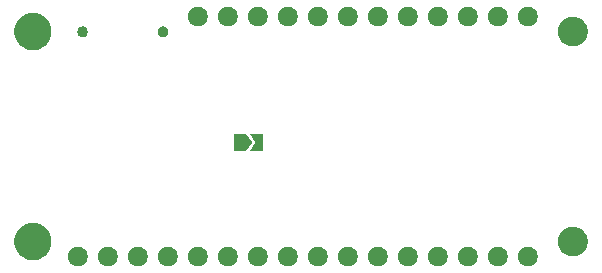
<source format=gbr>
%TF.GenerationSoftware,KiCad,Pcbnew,9.0.3*%
%TF.CreationDate,2025-08-05T15:22:31-04:00*%
%TF.ProjectId,weather-featherwing,77656174-6865-4722-9d66-656174686572,1.4.0*%
%TF.SameCoordinates,Original*%
%TF.FileFunction,Soldermask,Bot*%
%TF.FilePolarity,Negative*%
%FSLAX46Y46*%
G04 Gerber Fmt 4.6, Leading zero omitted, Abs format (unit mm)*
G04 Created by KiCad (PCBNEW 9.0.3) date 2025-08-05 15:22:31*
%MOMM*%
%LPD*%
G01*
G04 APERTURE LIST*
G04 APERTURE END LIST*
G36*
X120896742Y-117296601D02*
G01*
X121050687Y-117360367D01*
X121189234Y-117452941D01*
X121307059Y-117570766D01*
X121399633Y-117709313D01*
X121463399Y-117863258D01*
X121495907Y-118026685D01*
X121495907Y-118193315D01*
X121463399Y-118356742D01*
X121399633Y-118510687D01*
X121307059Y-118649234D01*
X121189234Y-118767059D01*
X121050687Y-118859633D01*
X120896742Y-118923399D01*
X120733315Y-118955907D01*
X120566685Y-118955907D01*
X120403258Y-118923399D01*
X120249313Y-118859633D01*
X120110766Y-118767059D01*
X119992941Y-118649234D01*
X119900367Y-118510687D01*
X119836601Y-118356742D01*
X119804093Y-118193315D01*
X119804093Y-118026685D01*
X119836601Y-117863258D01*
X119900367Y-117709313D01*
X119992941Y-117570766D01*
X120110766Y-117452941D01*
X120249313Y-117360367D01*
X120403258Y-117296601D01*
X120566685Y-117264093D01*
X120733315Y-117264093D01*
X120896742Y-117296601D01*
G37*
G36*
X123436742Y-117296601D02*
G01*
X123590687Y-117360367D01*
X123729234Y-117452941D01*
X123847059Y-117570766D01*
X123939633Y-117709313D01*
X124003399Y-117863258D01*
X124035907Y-118026685D01*
X124035907Y-118193315D01*
X124003399Y-118356742D01*
X123939633Y-118510687D01*
X123847059Y-118649234D01*
X123729234Y-118767059D01*
X123590687Y-118859633D01*
X123436742Y-118923399D01*
X123273315Y-118955907D01*
X123106685Y-118955907D01*
X122943258Y-118923399D01*
X122789313Y-118859633D01*
X122650766Y-118767059D01*
X122532941Y-118649234D01*
X122440367Y-118510687D01*
X122376601Y-118356742D01*
X122344093Y-118193315D01*
X122344093Y-118026685D01*
X122376601Y-117863258D01*
X122440367Y-117709313D01*
X122532941Y-117570766D01*
X122650766Y-117452941D01*
X122789313Y-117360367D01*
X122943258Y-117296601D01*
X123106685Y-117264093D01*
X123273315Y-117264093D01*
X123436742Y-117296601D01*
G37*
G36*
X125976742Y-117296601D02*
G01*
X126130687Y-117360367D01*
X126269234Y-117452941D01*
X126387059Y-117570766D01*
X126479633Y-117709313D01*
X126543399Y-117863258D01*
X126575907Y-118026685D01*
X126575907Y-118193315D01*
X126543399Y-118356742D01*
X126479633Y-118510687D01*
X126387059Y-118649234D01*
X126269234Y-118767059D01*
X126130687Y-118859633D01*
X125976742Y-118923399D01*
X125813315Y-118955907D01*
X125646685Y-118955907D01*
X125483258Y-118923399D01*
X125329313Y-118859633D01*
X125190766Y-118767059D01*
X125072941Y-118649234D01*
X124980367Y-118510687D01*
X124916601Y-118356742D01*
X124884093Y-118193315D01*
X124884093Y-118026685D01*
X124916601Y-117863258D01*
X124980367Y-117709313D01*
X125072941Y-117570766D01*
X125190766Y-117452941D01*
X125329313Y-117360367D01*
X125483258Y-117296601D01*
X125646685Y-117264093D01*
X125813315Y-117264093D01*
X125976742Y-117296601D01*
G37*
G36*
X128516742Y-117296601D02*
G01*
X128670687Y-117360367D01*
X128809234Y-117452941D01*
X128927059Y-117570766D01*
X129019633Y-117709313D01*
X129083399Y-117863258D01*
X129115907Y-118026685D01*
X129115907Y-118193315D01*
X129083399Y-118356742D01*
X129019633Y-118510687D01*
X128927059Y-118649234D01*
X128809234Y-118767059D01*
X128670687Y-118859633D01*
X128516742Y-118923399D01*
X128353315Y-118955907D01*
X128186685Y-118955907D01*
X128023258Y-118923399D01*
X127869313Y-118859633D01*
X127730766Y-118767059D01*
X127612941Y-118649234D01*
X127520367Y-118510687D01*
X127456601Y-118356742D01*
X127424093Y-118193315D01*
X127424093Y-118026685D01*
X127456601Y-117863258D01*
X127520367Y-117709313D01*
X127612941Y-117570766D01*
X127730766Y-117452941D01*
X127869313Y-117360367D01*
X128023258Y-117296601D01*
X128186685Y-117264093D01*
X128353315Y-117264093D01*
X128516742Y-117296601D01*
G37*
G36*
X131056742Y-117296601D02*
G01*
X131210687Y-117360367D01*
X131349234Y-117452941D01*
X131467059Y-117570766D01*
X131559633Y-117709313D01*
X131623399Y-117863258D01*
X131655907Y-118026685D01*
X131655907Y-118193315D01*
X131623399Y-118356742D01*
X131559633Y-118510687D01*
X131467059Y-118649234D01*
X131349234Y-118767059D01*
X131210687Y-118859633D01*
X131056742Y-118923399D01*
X130893315Y-118955907D01*
X130726685Y-118955907D01*
X130563258Y-118923399D01*
X130409313Y-118859633D01*
X130270766Y-118767059D01*
X130152941Y-118649234D01*
X130060367Y-118510687D01*
X129996601Y-118356742D01*
X129964093Y-118193315D01*
X129964093Y-118026685D01*
X129996601Y-117863258D01*
X130060367Y-117709313D01*
X130152941Y-117570766D01*
X130270766Y-117452941D01*
X130409313Y-117360367D01*
X130563258Y-117296601D01*
X130726685Y-117264093D01*
X130893315Y-117264093D01*
X131056742Y-117296601D01*
G37*
G36*
X133596742Y-117296601D02*
G01*
X133750687Y-117360367D01*
X133889234Y-117452941D01*
X134007059Y-117570766D01*
X134099633Y-117709313D01*
X134163399Y-117863258D01*
X134195907Y-118026685D01*
X134195907Y-118193315D01*
X134163399Y-118356742D01*
X134099633Y-118510687D01*
X134007059Y-118649234D01*
X133889234Y-118767059D01*
X133750687Y-118859633D01*
X133596742Y-118923399D01*
X133433315Y-118955907D01*
X133266685Y-118955907D01*
X133103258Y-118923399D01*
X132949313Y-118859633D01*
X132810766Y-118767059D01*
X132692941Y-118649234D01*
X132600367Y-118510687D01*
X132536601Y-118356742D01*
X132504093Y-118193315D01*
X132504093Y-118026685D01*
X132536601Y-117863258D01*
X132600367Y-117709313D01*
X132692941Y-117570766D01*
X132810766Y-117452941D01*
X132949313Y-117360367D01*
X133103258Y-117296601D01*
X133266685Y-117264093D01*
X133433315Y-117264093D01*
X133596742Y-117296601D01*
G37*
G36*
X136136742Y-117296601D02*
G01*
X136290687Y-117360367D01*
X136429234Y-117452941D01*
X136547059Y-117570766D01*
X136639633Y-117709313D01*
X136703399Y-117863258D01*
X136735907Y-118026685D01*
X136735907Y-118193315D01*
X136703399Y-118356742D01*
X136639633Y-118510687D01*
X136547059Y-118649234D01*
X136429234Y-118767059D01*
X136290687Y-118859633D01*
X136136742Y-118923399D01*
X135973315Y-118955907D01*
X135806685Y-118955907D01*
X135643258Y-118923399D01*
X135489313Y-118859633D01*
X135350766Y-118767059D01*
X135232941Y-118649234D01*
X135140367Y-118510687D01*
X135076601Y-118356742D01*
X135044093Y-118193315D01*
X135044093Y-118026685D01*
X135076601Y-117863258D01*
X135140367Y-117709313D01*
X135232941Y-117570766D01*
X135350766Y-117452941D01*
X135489313Y-117360367D01*
X135643258Y-117296601D01*
X135806685Y-117264093D01*
X135973315Y-117264093D01*
X136136742Y-117296601D01*
G37*
G36*
X138676742Y-117296601D02*
G01*
X138830687Y-117360367D01*
X138969234Y-117452941D01*
X139087059Y-117570766D01*
X139179633Y-117709313D01*
X139243399Y-117863258D01*
X139275907Y-118026685D01*
X139275907Y-118193315D01*
X139243399Y-118356742D01*
X139179633Y-118510687D01*
X139087059Y-118649234D01*
X138969234Y-118767059D01*
X138830687Y-118859633D01*
X138676742Y-118923399D01*
X138513315Y-118955907D01*
X138346685Y-118955907D01*
X138183258Y-118923399D01*
X138029313Y-118859633D01*
X137890766Y-118767059D01*
X137772941Y-118649234D01*
X137680367Y-118510687D01*
X137616601Y-118356742D01*
X137584093Y-118193315D01*
X137584093Y-118026685D01*
X137616601Y-117863258D01*
X137680367Y-117709313D01*
X137772941Y-117570766D01*
X137890766Y-117452941D01*
X138029313Y-117360367D01*
X138183258Y-117296601D01*
X138346685Y-117264093D01*
X138513315Y-117264093D01*
X138676742Y-117296601D01*
G37*
G36*
X141216742Y-117296601D02*
G01*
X141370687Y-117360367D01*
X141509234Y-117452941D01*
X141627059Y-117570766D01*
X141719633Y-117709313D01*
X141783399Y-117863258D01*
X141815907Y-118026685D01*
X141815907Y-118193315D01*
X141783399Y-118356742D01*
X141719633Y-118510687D01*
X141627059Y-118649234D01*
X141509234Y-118767059D01*
X141370687Y-118859633D01*
X141216742Y-118923399D01*
X141053315Y-118955907D01*
X140886685Y-118955907D01*
X140723258Y-118923399D01*
X140569313Y-118859633D01*
X140430766Y-118767059D01*
X140312941Y-118649234D01*
X140220367Y-118510687D01*
X140156601Y-118356742D01*
X140124093Y-118193315D01*
X140124093Y-118026685D01*
X140156601Y-117863258D01*
X140220367Y-117709313D01*
X140312941Y-117570766D01*
X140430766Y-117452941D01*
X140569313Y-117360367D01*
X140723258Y-117296601D01*
X140886685Y-117264093D01*
X141053315Y-117264093D01*
X141216742Y-117296601D01*
G37*
G36*
X143756742Y-117296601D02*
G01*
X143910687Y-117360367D01*
X144049234Y-117452941D01*
X144167059Y-117570766D01*
X144259633Y-117709313D01*
X144323399Y-117863258D01*
X144355907Y-118026685D01*
X144355907Y-118193315D01*
X144323399Y-118356742D01*
X144259633Y-118510687D01*
X144167059Y-118649234D01*
X144049234Y-118767059D01*
X143910687Y-118859633D01*
X143756742Y-118923399D01*
X143593315Y-118955907D01*
X143426685Y-118955907D01*
X143263258Y-118923399D01*
X143109313Y-118859633D01*
X142970766Y-118767059D01*
X142852941Y-118649234D01*
X142760367Y-118510687D01*
X142696601Y-118356742D01*
X142664093Y-118193315D01*
X142664093Y-118026685D01*
X142696601Y-117863258D01*
X142760367Y-117709313D01*
X142852941Y-117570766D01*
X142970766Y-117452941D01*
X143109313Y-117360367D01*
X143263258Y-117296601D01*
X143426685Y-117264093D01*
X143593315Y-117264093D01*
X143756742Y-117296601D01*
G37*
G36*
X146296742Y-117296601D02*
G01*
X146450687Y-117360367D01*
X146589234Y-117452941D01*
X146707059Y-117570766D01*
X146799633Y-117709313D01*
X146863399Y-117863258D01*
X146895907Y-118026685D01*
X146895907Y-118193315D01*
X146863399Y-118356742D01*
X146799633Y-118510687D01*
X146707059Y-118649234D01*
X146589234Y-118767059D01*
X146450687Y-118859633D01*
X146296742Y-118923399D01*
X146133315Y-118955907D01*
X145966685Y-118955907D01*
X145803258Y-118923399D01*
X145649313Y-118859633D01*
X145510766Y-118767059D01*
X145392941Y-118649234D01*
X145300367Y-118510687D01*
X145236601Y-118356742D01*
X145204093Y-118193315D01*
X145204093Y-118026685D01*
X145236601Y-117863258D01*
X145300367Y-117709313D01*
X145392941Y-117570766D01*
X145510766Y-117452941D01*
X145649313Y-117360367D01*
X145803258Y-117296601D01*
X145966685Y-117264093D01*
X146133315Y-117264093D01*
X146296742Y-117296601D01*
G37*
G36*
X148836742Y-117296601D02*
G01*
X148990687Y-117360367D01*
X149129234Y-117452941D01*
X149247059Y-117570766D01*
X149339633Y-117709313D01*
X149403399Y-117863258D01*
X149435907Y-118026685D01*
X149435907Y-118193315D01*
X149403399Y-118356742D01*
X149339633Y-118510687D01*
X149247059Y-118649234D01*
X149129234Y-118767059D01*
X148990687Y-118859633D01*
X148836742Y-118923399D01*
X148673315Y-118955907D01*
X148506685Y-118955907D01*
X148343258Y-118923399D01*
X148189313Y-118859633D01*
X148050766Y-118767059D01*
X147932941Y-118649234D01*
X147840367Y-118510687D01*
X147776601Y-118356742D01*
X147744093Y-118193315D01*
X147744093Y-118026685D01*
X147776601Y-117863258D01*
X147840367Y-117709313D01*
X147932941Y-117570766D01*
X148050766Y-117452941D01*
X148189313Y-117360367D01*
X148343258Y-117296601D01*
X148506685Y-117264093D01*
X148673315Y-117264093D01*
X148836742Y-117296601D01*
G37*
G36*
X151376742Y-117296601D02*
G01*
X151530687Y-117360367D01*
X151669234Y-117452941D01*
X151787059Y-117570766D01*
X151879633Y-117709313D01*
X151943399Y-117863258D01*
X151975907Y-118026685D01*
X151975907Y-118193315D01*
X151943399Y-118356742D01*
X151879633Y-118510687D01*
X151787059Y-118649234D01*
X151669234Y-118767059D01*
X151530687Y-118859633D01*
X151376742Y-118923399D01*
X151213315Y-118955907D01*
X151046685Y-118955907D01*
X150883258Y-118923399D01*
X150729313Y-118859633D01*
X150590766Y-118767059D01*
X150472941Y-118649234D01*
X150380367Y-118510687D01*
X150316601Y-118356742D01*
X150284093Y-118193315D01*
X150284093Y-118026685D01*
X150316601Y-117863258D01*
X150380367Y-117709313D01*
X150472941Y-117570766D01*
X150590766Y-117452941D01*
X150729313Y-117360367D01*
X150883258Y-117296601D01*
X151046685Y-117264093D01*
X151213315Y-117264093D01*
X151376742Y-117296601D01*
G37*
G36*
X153916742Y-117296601D02*
G01*
X154070687Y-117360367D01*
X154209234Y-117452941D01*
X154327059Y-117570766D01*
X154419633Y-117709313D01*
X154483399Y-117863258D01*
X154515907Y-118026685D01*
X154515907Y-118193315D01*
X154483399Y-118356742D01*
X154419633Y-118510687D01*
X154327059Y-118649234D01*
X154209234Y-118767059D01*
X154070687Y-118859633D01*
X153916742Y-118923399D01*
X153753315Y-118955907D01*
X153586685Y-118955907D01*
X153423258Y-118923399D01*
X153269313Y-118859633D01*
X153130766Y-118767059D01*
X153012941Y-118649234D01*
X152920367Y-118510687D01*
X152856601Y-118356742D01*
X152824093Y-118193315D01*
X152824093Y-118026685D01*
X152856601Y-117863258D01*
X152920367Y-117709313D01*
X153012941Y-117570766D01*
X153130766Y-117452941D01*
X153269313Y-117360367D01*
X153423258Y-117296601D01*
X153586685Y-117264093D01*
X153753315Y-117264093D01*
X153916742Y-117296601D01*
G37*
G36*
X156456742Y-117296601D02*
G01*
X156610687Y-117360367D01*
X156749234Y-117452941D01*
X156867059Y-117570766D01*
X156959633Y-117709313D01*
X157023399Y-117863258D01*
X157055907Y-118026685D01*
X157055907Y-118193315D01*
X157023399Y-118356742D01*
X156959633Y-118510687D01*
X156867059Y-118649234D01*
X156749234Y-118767059D01*
X156610687Y-118859633D01*
X156456742Y-118923399D01*
X156293315Y-118955907D01*
X156126685Y-118955907D01*
X155963258Y-118923399D01*
X155809313Y-118859633D01*
X155670766Y-118767059D01*
X155552941Y-118649234D01*
X155460367Y-118510687D01*
X155396601Y-118356742D01*
X155364093Y-118193315D01*
X155364093Y-118026685D01*
X155396601Y-117863258D01*
X155460367Y-117709313D01*
X155552941Y-117570766D01*
X155670766Y-117452941D01*
X155809313Y-117360367D01*
X155963258Y-117296601D01*
X156126685Y-117264093D01*
X156293315Y-117264093D01*
X156456742Y-117296601D01*
G37*
G36*
X158996742Y-117296601D02*
G01*
X159150687Y-117360367D01*
X159289234Y-117452941D01*
X159407059Y-117570766D01*
X159499633Y-117709313D01*
X159563399Y-117863258D01*
X159595907Y-118026685D01*
X159595907Y-118193315D01*
X159563399Y-118356742D01*
X159499633Y-118510687D01*
X159407059Y-118649234D01*
X159289234Y-118767059D01*
X159150687Y-118859633D01*
X158996742Y-118923399D01*
X158833315Y-118955907D01*
X158666685Y-118955907D01*
X158503258Y-118923399D01*
X158349313Y-118859633D01*
X158210766Y-118767059D01*
X158092941Y-118649234D01*
X158000367Y-118510687D01*
X157936601Y-118356742D01*
X157904093Y-118193315D01*
X157904093Y-118026685D01*
X157936601Y-117863258D01*
X158000367Y-117709313D01*
X158092941Y-117570766D01*
X158210766Y-117452941D01*
X158349313Y-117360367D01*
X158503258Y-117296601D01*
X158666685Y-117264093D01*
X158833315Y-117264093D01*
X158996742Y-117296601D01*
G37*
G36*
X117206509Y-115313379D02*
G01*
X117440813Y-115389509D01*
X117660323Y-115501355D01*
X117859633Y-115646163D01*
X118033837Y-115820367D01*
X118178645Y-116019677D01*
X118290491Y-116239187D01*
X118366621Y-116473491D01*
X118405160Y-116716819D01*
X118405160Y-116963181D01*
X118366621Y-117206509D01*
X118290491Y-117440813D01*
X118178645Y-117660323D01*
X118033837Y-117859633D01*
X117859633Y-118033837D01*
X117660323Y-118178645D01*
X117440813Y-118290491D01*
X117206509Y-118366621D01*
X116963181Y-118405160D01*
X116716819Y-118405160D01*
X116473491Y-118366621D01*
X116239187Y-118290491D01*
X116019677Y-118178645D01*
X115820367Y-118033837D01*
X115646163Y-117859633D01*
X115501355Y-117660323D01*
X115389509Y-117440813D01*
X115313379Y-117206509D01*
X115274840Y-116963181D01*
X115274840Y-116716819D01*
X115313379Y-116473491D01*
X115389509Y-116239187D01*
X115501355Y-116019677D01*
X115646163Y-115820367D01*
X115820367Y-115646163D01*
X116019677Y-115501355D01*
X116239187Y-115389509D01*
X116473491Y-115313379D01*
X116716819Y-115274840D01*
X116963181Y-115274840D01*
X117206509Y-115313379D01*
G37*
G36*
X162856476Y-115605090D02*
G01*
X163046008Y-115666673D01*
X163223573Y-115757147D01*
X163384799Y-115874284D01*
X163525716Y-116015201D01*
X163642853Y-116176427D01*
X163733327Y-116353992D01*
X163794910Y-116543524D01*
X163826085Y-116740357D01*
X163826085Y-116939643D01*
X163794910Y-117136476D01*
X163733327Y-117326008D01*
X163642853Y-117503573D01*
X163525716Y-117664799D01*
X163384799Y-117805716D01*
X163223573Y-117922853D01*
X163046008Y-118013327D01*
X162856476Y-118074910D01*
X162659643Y-118106085D01*
X162460357Y-118106085D01*
X162263524Y-118074910D01*
X162073992Y-118013327D01*
X161896427Y-117922853D01*
X161735201Y-117805716D01*
X161594284Y-117664799D01*
X161477147Y-117503573D01*
X161386673Y-117326008D01*
X161325090Y-117136476D01*
X161293915Y-116939643D01*
X161293915Y-116740357D01*
X161325090Y-116543524D01*
X161386673Y-116353992D01*
X161477147Y-116176427D01*
X161594284Y-116015201D01*
X161735201Y-115874284D01*
X161896427Y-115757147D01*
X162073992Y-115666673D01*
X162263524Y-115605090D01*
X162460357Y-115573915D01*
X162659643Y-115573915D01*
X162856476Y-115605090D01*
G37*
G36*
X134906536Y-107704464D02*
G01*
X134907160Y-107705226D01*
X134910551Y-107710312D01*
X134910552Y-107710313D01*
X135401555Y-108446818D01*
X135407160Y-108455226D01*
X135407903Y-108458981D01*
X135407160Y-108460774D01*
X135404398Y-108464917D01*
X134915034Y-109198964D01*
X134907160Y-109210774D01*
X134903981Y-109212903D01*
X134903000Y-109213000D01*
X134896886Y-109213000D01*
X133913104Y-109213000D01*
X133903000Y-109213000D01*
X133899464Y-109211536D01*
X133898000Y-109208000D01*
X133898000Y-107708000D01*
X133899464Y-107704464D01*
X133903000Y-107703000D01*
X134903000Y-107703000D01*
X134906536Y-107704464D01*
G37*
G36*
X136356536Y-107704464D02*
G01*
X136358000Y-107708000D01*
X136358000Y-109208000D01*
X136356536Y-109211536D01*
X136353000Y-109213000D01*
X136342896Y-109213000D01*
X135213104Y-109213000D01*
X135203000Y-109213000D01*
X135199464Y-109211536D01*
X135198000Y-109208000D01*
X135198840Y-109205226D01*
X135203011Y-109198968D01*
X135203013Y-109198964D01*
X135686736Y-108473381D01*
X135686736Y-108442619D01*
X135204444Y-107719181D01*
X135204443Y-107719179D01*
X135198840Y-107710774D01*
X135198097Y-107707019D01*
X135200226Y-107703840D01*
X135203000Y-107703000D01*
X136353000Y-107703000D01*
X136356536Y-107704464D01*
G37*
G36*
X117206509Y-97533379D02*
G01*
X117440813Y-97609509D01*
X117660323Y-97721355D01*
X117859633Y-97866163D01*
X118033837Y-98040367D01*
X118178645Y-98239677D01*
X118290491Y-98459187D01*
X118366621Y-98693491D01*
X118405160Y-98936819D01*
X118405160Y-99183181D01*
X118366621Y-99426509D01*
X118290491Y-99660813D01*
X118178645Y-99880323D01*
X118033837Y-100079633D01*
X117859633Y-100253837D01*
X117660323Y-100398645D01*
X117440813Y-100510491D01*
X117206509Y-100586621D01*
X116963181Y-100625160D01*
X116716819Y-100625160D01*
X116473491Y-100586621D01*
X116239187Y-100510491D01*
X116019677Y-100398645D01*
X115820367Y-100253837D01*
X115646163Y-100079633D01*
X115501355Y-99880323D01*
X115389509Y-99660813D01*
X115313379Y-99426509D01*
X115274840Y-99183181D01*
X115274840Y-98936819D01*
X115313379Y-98693491D01*
X115389509Y-98459187D01*
X115501355Y-98239677D01*
X115646163Y-98040367D01*
X115820367Y-97866163D01*
X116019677Y-97721355D01*
X116239187Y-97609509D01*
X116473491Y-97533379D01*
X116716819Y-97494840D01*
X116963181Y-97494840D01*
X117206509Y-97533379D01*
G37*
G36*
X162856476Y-97825090D02*
G01*
X163046008Y-97886673D01*
X163223573Y-97977147D01*
X163384799Y-98094284D01*
X163525716Y-98235201D01*
X163642853Y-98396427D01*
X163733327Y-98573992D01*
X163794910Y-98763524D01*
X163826085Y-98960357D01*
X163826085Y-99159643D01*
X163794910Y-99356476D01*
X163733327Y-99546008D01*
X163642853Y-99723573D01*
X163525716Y-99884799D01*
X163384799Y-100025716D01*
X163223573Y-100142853D01*
X163046008Y-100233327D01*
X162856476Y-100294910D01*
X162659643Y-100326085D01*
X162460357Y-100326085D01*
X162263524Y-100294910D01*
X162073992Y-100233327D01*
X161896427Y-100142853D01*
X161735201Y-100025716D01*
X161594284Y-99884799D01*
X161477147Y-99723573D01*
X161386673Y-99546008D01*
X161325090Y-99356476D01*
X161293915Y-99159643D01*
X161293915Y-98960357D01*
X161325090Y-98763524D01*
X161386673Y-98573992D01*
X161477147Y-98396427D01*
X161594284Y-98235201D01*
X161735201Y-98094284D01*
X161896427Y-97977147D01*
X162073992Y-97886673D01*
X162263524Y-97825090D01*
X162460357Y-97793915D01*
X162659643Y-97793915D01*
X162856476Y-97825090D01*
G37*
G36*
X121222208Y-98659254D02*
G01*
X121323943Y-98717991D01*
X121407009Y-98801057D01*
X121465746Y-98902792D01*
X121496150Y-99016263D01*
X121496150Y-99133737D01*
X121465746Y-99247208D01*
X121407009Y-99348943D01*
X121323943Y-99432009D01*
X121222208Y-99490746D01*
X121108737Y-99521150D01*
X120991263Y-99521150D01*
X120877792Y-99490746D01*
X120776057Y-99432009D01*
X120692991Y-99348943D01*
X120634254Y-99247208D01*
X120603850Y-99133737D01*
X120603850Y-99016263D01*
X120634254Y-98902792D01*
X120692991Y-98801057D01*
X120776057Y-98717991D01*
X120877792Y-98659254D01*
X120991263Y-98628850D01*
X121108737Y-98628850D01*
X121222208Y-98659254D01*
G37*
G36*
X128022208Y-98659254D02*
G01*
X128123943Y-98717991D01*
X128207009Y-98801057D01*
X128265746Y-98902792D01*
X128296150Y-99016263D01*
X128296150Y-99133737D01*
X128265746Y-99247208D01*
X128207009Y-99348943D01*
X128123943Y-99432009D01*
X128022208Y-99490746D01*
X127908737Y-99521150D01*
X127791263Y-99521150D01*
X127677792Y-99490746D01*
X127576057Y-99432009D01*
X127492991Y-99348943D01*
X127434254Y-99247208D01*
X127403850Y-99133737D01*
X127403850Y-99016263D01*
X127434254Y-98902792D01*
X127492991Y-98801057D01*
X127576057Y-98717991D01*
X127677792Y-98659254D01*
X127791263Y-98628850D01*
X127908737Y-98628850D01*
X128022208Y-98659254D01*
G37*
G36*
X131056742Y-96976601D02*
G01*
X131210687Y-97040367D01*
X131349234Y-97132941D01*
X131467059Y-97250766D01*
X131559633Y-97389313D01*
X131623399Y-97543258D01*
X131655907Y-97706685D01*
X131655907Y-97873315D01*
X131623399Y-98036742D01*
X131559633Y-98190687D01*
X131467059Y-98329234D01*
X131349234Y-98447059D01*
X131210687Y-98539633D01*
X131056742Y-98603399D01*
X130893315Y-98635907D01*
X130726685Y-98635907D01*
X130563258Y-98603399D01*
X130409313Y-98539633D01*
X130270766Y-98447059D01*
X130152941Y-98329234D01*
X130060367Y-98190687D01*
X129996601Y-98036742D01*
X129964093Y-97873315D01*
X129964093Y-97706685D01*
X129996601Y-97543258D01*
X130060367Y-97389313D01*
X130152941Y-97250766D01*
X130270766Y-97132941D01*
X130409313Y-97040367D01*
X130563258Y-96976601D01*
X130726685Y-96944093D01*
X130893315Y-96944093D01*
X131056742Y-96976601D01*
G37*
G36*
X133596742Y-96976601D02*
G01*
X133750687Y-97040367D01*
X133889234Y-97132941D01*
X134007059Y-97250766D01*
X134099633Y-97389313D01*
X134163399Y-97543258D01*
X134195907Y-97706685D01*
X134195907Y-97873315D01*
X134163399Y-98036742D01*
X134099633Y-98190687D01*
X134007059Y-98329234D01*
X133889234Y-98447059D01*
X133750687Y-98539633D01*
X133596742Y-98603399D01*
X133433315Y-98635907D01*
X133266685Y-98635907D01*
X133103258Y-98603399D01*
X132949313Y-98539633D01*
X132810766Y-98447059D01*
X132692941Y-98329234D01*
X132600367Y-98190687D01*
X132536601Y-98036742D01*
X132504093Y-97873315D01*
X132504093Y-97706685D01*
X132536601Y-97543258D01*
X132600367Y-97389313D01*
X132692941Y-97250766D01*
X132810766Y-97132941D01*
X132949313Y-97040367D01*
X133103258Y-96976601D01*
X133266685Y-96944093D01*
X133433315Y-96944093D01*
X133596742Y-96976601D01*
G37*
G36*
X136136742Y-96976601D02*
G01*
X136290687Y-97040367D01*
X136429234Y-97132941D01*
X136547059Y-97250766D01*
X136639633Y-97389313D01*
X136703399Y-97543258D01*
X136735907Y-97706685D01*
X136735907Y-97873315D01*
X136703399Y-98036742D01*
X136639633Y-98190687D01*
X136547059Y-98329234D01*
X136429234Y-98447059D01*
X136290687Y-98539633D01*
X136136742Y-98603399D01*
X135973315Y-98635907D01*
X135806685Y-98635907D01*
X135643258Y-98603399D01*
X135489313Y-98539633D01*
X135350766Y-98447059D01*
X135232941Y-98329234D01*
X135140367Y-98190687D01*
X135076601Y-98036742D01*
X135044093Y-97873315D01*
X135044093Y-97706685D01*
X135076601Y-97543258D01*
X135140367Y-97389313D01*
X135232941Y-97250766D01*
X135350766Y-97132941D01*
X135489313Y-97040367D01*
X135643258Y-96976601D01*
X135806685Y-96944093D01*
X135973315Y-96944093D01*
X136136742Y-96976601D01*
G37*
G36*
X138676742Y-96976601D02*
G01*
X138830687Y-97040367D01*
X138969234Y-97132941D01*
X139087059Y-97250766D01*
X139179633Y-97389313D01*
X139243399Y-97543258D01*
X139275907Y-97706685D01*
X139275907Y-97873315D01*
X139243399Y-98036742D01*
X139179633Y-98190687D01*
X139087059Y-98329234D01*
X138969234Y-98447059D01*
X138830687Y-98539633D01*
X138676742Y-98603399D01*
X138513315Y-98635907D01*
X138346685Y-98635907D01*
X138183258Y-98603399D01*
X138029313Y-98539633D01*
X137890766Y-98447059D01*
X137772941Y-98329234D01*
X137680367Y-98190687D01*
X137616601Y-98036742D01*
X137584093Y-97873315D01*
X137584093Y-97706685D01*
X137616601Y-97543258D01*
X137680367Y-97389313D01*
X137772941Y-97250766D01*
X137890766Y-97132941D01*
X138029313Y-97040367D01*
X138183258Y-96976601D01*
X138346685Y-96944093D01*
X138513315Y-96944093D01*
X138676742Y-96976601D01*
G37*
G36*
X141216742Y-96976601D02*
G01*
X141370687Y-97040367D01*
X141509234Y-97132941D01*
X141627059Y-97250766D01*
X141719633Y-97389313D01*
X141783399Y-97543258D01*
X141815907Y-97706685D01*
X141815907Y-97873315D01*
X141783399Y-98036742D01*
X141719633Y-98190687D01*
X141627059Y-98329234D01*
X141509234Y-98447059D01*
X141370687Y-98539633D01*
X141216742Y-98603399D01*
X141053315Y-98635907D01*
X140886685Y-98635907D01*
X140723258Y-98603399D01*
X140569313Y-98539633D01*
X140430766Y-98447059D01*
X140312941Y-98329234D01*
X140220367Y-98190687D01*
X140156601Y-98036742D01*
X140124093Y-97873315D01*
X140124093Y-97706685D01*
X140156601Y-97543258D01*
X140220367Y-97389313D01*
X140312941Y-97250766D01*
X140430766Y-97132941D01*
X140569313Y-97040367D01*
X140723258Y-96976601D01*
X140886685Y-96944093D01*
X141053315Y-96944093D01*
X141216742Y-96976601D01*
G37*
G36*
X143756742Y-96976601D02*
G01*
X143910687Y-97040367D01*
X144049234Y-97132941D01*
X144167059Y-97250766D01*
X144259633Y-97389313D01*
X144323399Y-97543258D01*
X144355907Y-97706685D01*
X144355907Y-97873315D01*
X144323399Y-98036742D01*
X144259633Y-98190687D01*
X144167059Y-98329234D01*
X144049234Y-98447059D01*
X143910687Y-98539633D01*
X143756742Y-98603399D01*
X143593315Y-98635907D01*
X143426685Y-98635907D01*
X143263258Y-98603399D01*
X143109313Y-98539633D01*
X142970766Y-98447059D01*
X142852941Y-98329234D01*
X142760367Y-98190687D01*
X142696601Y-98036742D01*
X142664093Y-97873315D01*
X142664093Y-97706685D01*
X142696601Y-97543258D01*
X142760367Y-97389313D01*
X142852941Y-97250766D01*
X142970766Y-97132941D01*
X143109313Y-97040367D01*
X143263258Y-96976601D01*
X143426685Y-96944093D01*
X143593315Y-96944093D01*
X143756742Y-96976601D01*
G37*
G36*
X146296742Y-96976601D02*
G01*
X146450687Y-97040367D01*
X146589234Y-97132941D01*
X146707059Y-97250766D01*
X146799633Y-97389313D01*
X146863399Y-97543258D01*
X146895907Y-97706685D01*
X146895907Y-97873315D01*
X146863399Y-98036742D01*
X146799633Y-98190687D01*
X146707059Y-98329234D01*
X146589234Y-98447059D01*
X146450687Y-98539633D01*
X146296742Y-98603399D01*
X146133315Y-98635907D01*
X145966685Y-98635907D01*
X145803258Y-98603399D01*
X145649313Y-98539633D01*
X145510766Y-98447059D01*
X145392941Y-98329234D01*
X145300367Y-98190687D01*
X145236601Y-98036742D01*
X145204093Y-97873315D01*
X145204093Y-97706685D01*
X145236601Y-97543258D01*
X145300367Y-97389313D01*
X145392941Y-97250766D01*
X145510766Y-97132941D01*
X145649313Y-97040367D01*
X145803258Y-96976601D01*
X145966685Y-96944093D01*
X146133315Y-96944093D01*
X146296742Y-96976601D01*
G37*
G36*
X148836742Y-96976601D02*
G01*
X148990687Y-97040367D01*
X149129234Y-97132941D01*
X149247059Y-97250766D01*
X149339633Y-97389313D01*
X149403399Y-97543258D01*
X149435907Y-97706685D01*
X149435907Y-97873315D01*
X149403399Y-98036742D01*
X149339633Y-98190687D01*
X149247059Y-98329234D01*
X149129234Y-98447059D01*
X148990687Y-98539633D01*
X148836742Y-98603399D01*
X148673315Y-98635907D01*
X148506685Y-98635907D01*
X148343258Y-98603399D01*
X148189313Y-98539633D01*
X148050766Y-98447059D01*
X147932941Y-98329234D01*
X147840367Y-98190687D01*
X147776601Y-98036742D01*
X147744093Y-97873315D01*
X147744093Y-97706685D01*
X147776601Y-97543258D01*
X147840367Y-97389313D01*
X147932941Y-97250766D01*
X148050766Y-97132941D01*
X148189313Y-97040367D01*
X148343258Y-96976601D01*
X148506685Y-96944093D01*
X148673315Y-96944093D01*
X148836742Y-96976601D01*
G37*
G36*
X151376742Y-96976601D02*
G01*
X151530687Y-97040367D01*
X151669234Y-97132941D01*
X151787059Y-97250766D01*
X151879633Y-97389313D01*
X151943399Y-97543258D01*
X151975907Y-97706685D01*
X151975907Y-97873315D01*
X151943399Y-98036742D01*
X151879633Y-98190687D01*
X151787059Y-98329234D01*
X151669234Y-98447059D01*
X151530687Y-98539633D01*
X151376742Y-98603399D01*
X151213315Y-98635907D01*
X151046685Y-98635907D01*
X150883258Y-98603399D01*
X150729313Y-98539633D01*
X150590766Y-98447059D01*
X150472941Y-98329234D01*
X150380367Y-98190687D01*
X150316601Y-98036742D01*
X150284093Y-97873315D01*
X150284093Y-97706685D01*
X150316601Y-97543258D01*
X150380367Y-97389313D01*
X150472941Y-97250766D01*
X150590766Y-97132941D01*
X150729313Y-97040367D01*
X150883258Y-96976601D01*
X151046685Y-96944093D01*
X151213315Y-96944093D01*
X151376742Y-96976601D01*
G37*
G36*
X153916742Y-96976601D02*
G01*
X154070687Y-97040367D01*
X154209234Y-97132941D01*
X154327059Y-97250766D01*
X154419633Y-97389313D01*
X154483399Y-97543258D01*
X154515907Y-97706685D01*
X154515907Y-97873315D01*
X154483399Y-98036742D01*
X154419633Y-98190687D01*
X154327059Y-98329234D01*
X154209234Y-98447059D01*
X154070687Y-98539633D01*
X153916742Y-98603399D01*
X153753315Y-98635907D01*
X153586685Y-98635907D01*
X153423258Y-98603399D01*
X153269313Y-98539633D01*
X153130766Y-98447059D01*
X153012941Y-98329234D01*
X152920367Y-98190687D01*
X152856601Y-98036742D01*
X152824093Y-97873315D01*
X152824093Y-97706685D01*
X152856601Y-97543258D01*
X152920367Y-97389313D01*
X153012941Y-97250766D01*
X153130766Y-97132941D01*
X153269313Y-97040367D01*
X153423258Y-96976601D01*
X153586685Y-96944093D01*
X153753315Y-96944093D01*
X153916742Y-96976601D01*
G37*
G36*
X156456742Y-96976601D02*
G01*
X156610687Y-97040367D01*
X156749234Y-97132941D01*
X156867059Y-97250766D01*
X156959633Y-97389313D01*
X157023399Y-97543258D01*
X157055907Y-97706685D01*
X157055907Y-97873315D01*
X157023399Y-98036742D01*
X156959633Y-98190687D01*
X156867059Y-98329234D01*
X156749234Y-98447059D01*
X156610687Y-98539633D01*
X156456742Y-98603399D01*
X156293315Y-98635907D01*
X156126685Y-98635907D01*
X155963258Y-98603399D01*
X155809313Y-98539633D01*
X155670766Y-98447059D01*
X155552941Y-98329234D01*
X155460367Y-98190687D01*
X155396601Y-98036742D01*
X155364093Y-97873315D01*
X155364093Y-97706685D01*
X155396601Y-97543258D01*
X155460367Y-97389313D01*
X155552941Y-97250766D01*
X155670766Y-97132941D01*
X155809313Y-97040367D01*
X155963258Y-96976601D01*
X156126685Y-96944093D01*
X156293315Y-96944093D01*
X156456742Y-96976601D01*
G37*
G36*
X158996742Y-96976601D02*
G01*
X159150687Y-97040367D01*
X159289234Y-97132941D01*
X159407059Y-97250766D01*
X159499633Y-97389313D01*
X159563399Y-97543258D01*
X159595907Y-97706685D01*
X159595907Y-97873315D01*
X159563399Y-98036742D01*
X159499633Y-98190687D01*
X159407059Y-98329234D01*
X159289234Y-98447059D01*
X159150687Y-98539633D01*
X158996742Y-98603399D01*
X158833315Y-98635907D01*
X158666685Y-98635907D01*
X158503258Y-98603399D01*
X158349313Y-98539633D01*
X158210766Y-98447059D01*
X158092941Y-98329234D01*
X158000367Y-98190687D01*
X157936601Y-98036742D01*
X157904093Y-97873315D01*
X157904093Y-97706685D01*
X157936601Y-97543258D01*
X158000367Y-97389313D01*
X158092941Y-97250766D01*
X158210766Y-97132941D01*
X158349313Y-97040367D01*
X158503258Y-96976601D01*
X158666685Y-96944093D01*
X158833315Y-96944093D01*
X158996742Y-96976601D01*
G37*
M02*

</source>
